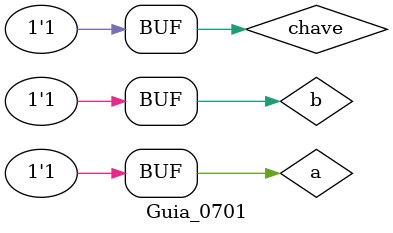
<source format=v>
/* 
Guia_0701.v 
855842 - Mateus Resende Ottoni

iverilog -o Guia_0701.vvp Guia_0701.v
vvp Guia_0701.vvp
*/



// Modulo
//----------------------------------------
module f01_s (output s1, output s2,
                   input a, b, select);

// Dados locais
wire not_select, s_and, s_nand;

   not  NOT1  ( not_select,  select);

// Saída 1 (NAND)
   nand NAND1 (      snand,       a,            b);
   and  AND_1 (         s1,   snand,   not_select);

// Saída 2 (AND)
   and  AND1  (       sand,       a,            b);
   and  AND_2 (         s2,    sand,       select);

endmodule
//----------------------------------------




// Modulo principal
module Guia_0701; 

// Definir dados
reg a, b, chave;
wire ws1, ws2;

f01_s    f01 (ws1, ws2, a, b, chave);




 initial
  begin
   a     = 1'b0;
   b     = 1'b0;
   chave = 1'b0;
  end


// Main 
initial 
begin : main 

$display ( "Guia_0701" );

/*	Mostrar valores em tabela				*/
$display ( "" );
$display ( "____________________________________________" );
$display ( "| a | b || chave || nand(a,b) || and(a,b) ||" );
$display ( "|---|---||-------||-----------||----------||" );
$monitor ( "| %b | %b ||     %b ||         %b ||        %b ||",
               a,   b,    chave,         ws1,          ws2 );
/*								*/

/*	Atualizar valores		*/

#1;  b = 1'b1;
#1;  b = 1'b0; a = 1'b1;
#1;  b = 1'b1;
#1;

/*					*/

/*	Separação			*/
$display ( "|---|---||-------||-----------||----------||" );
#1;  b = 1'b0; a = 1'b0; chave = 1'b1;
/*					*/

/*	Atualizar valores		*/

#1;  b = 1'b1;
#1;  b = 1'b0; a = 1'b1;
#1;  b = 1'b1;
#1;

/*					*/

end // main 

endmodule // Guia_0701

/*	Previsão de Testes 		*/
/*
____________________________________________
| a | b || chave || nand(a,b) || and(a,b) ||
|---|---||-------||-----------||----------||
| 0 | 0 ||     0 ||         1 ||        0 ||
| 0 | 1 ||     0 ||         1 ||        0 ||
| 1 | 0 ||     0 ||         1 ||        0 ||
| 1 | 1 ||     0 ||         0 ||        0 ||
|---|---||-------||-----------||----------||
| 0 | 0 ||     1 ||         0 ||        0 ||
| 0 | 1 ||     1 ||         0 ||        0 ||
| 1 | 0 ||     1 ||         0 ||        0 ||
| 1 | 1 ||     1 ||         0 ||        1 ||

*/
/*					*/

</source>
